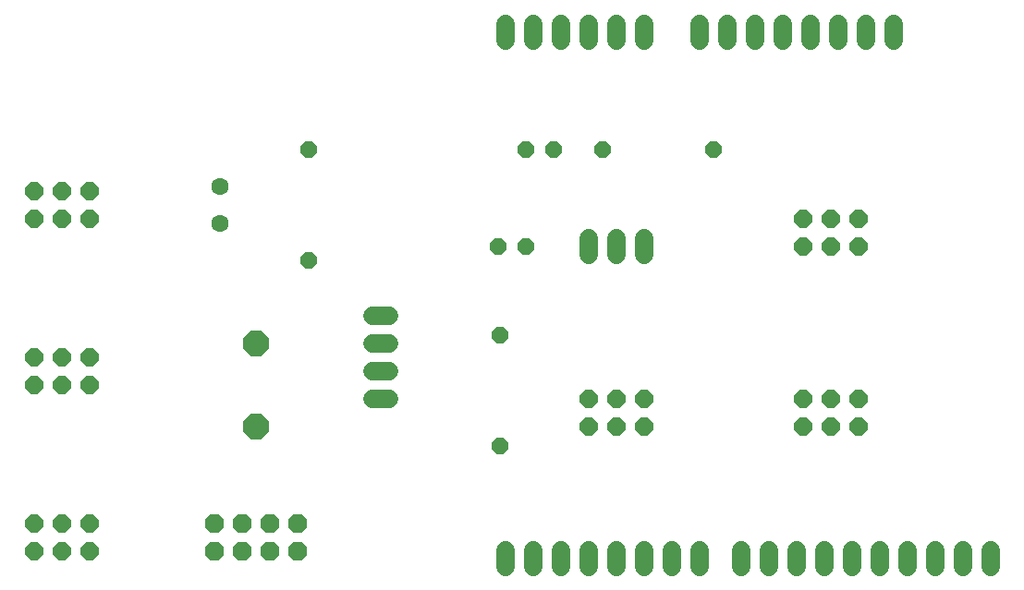
<source format=gbr>
G04 EAGLE Gerber RS-274X export*
G75*
%MOMM*%
%FSLAX34Y34*%
%LPD*%
%INSoldermask Bottom*%
%IPPOS*%
%AMOC8*
5,1,8,0,0,1.08239X$1,22.5*%
G01*
%ADD10C,1.603200*%
%ADD11P,1.649562X8X112.500000*%
%ADD12P,1.759533X8X22.500000*%
%ADD13C,1.727200*%
%ADD14P,1.869504X8X22.500000*%
%ADD15P,2.556822X8X112.500000*%
%ADD16C,1.711200*%
%ADD17P,1.649562X8X202.500000*%
%ADD18P,1.649562X8X292.500000*%


D10*
X246380Y385300D03*
X246380Y351300D03*
D11*
X327660Y317500D03*
X327660Y419100D03*
D12*
X76200Y355600D03*
X76200Y381000D03*
X101600Y355600D03*
X101600Y381000D03*
X127000Y355600D03*
X127000Y381000D03*
X76200Y203200D03*
X76200Y228600D03*
X101600Y203200D03*
X101600Y228600D03*
X127000Y203200D03*
X127000Y228600D03*
X76200Y50800D03*
X76200Y76200D03*
X101600Y50800D03*
X101600Y76200D03*
X127000Y50800D03*
X127000Y76200D03*
D13*
X386080Y190500D02*
X401320Y190500D01*
X401320Y215900D02*
X386080Y215900D01*
X386080Y241300D02*
X401320Y241300D01*
X401320Y266700D02*
X386080Y266700D01*
D14*
X241300Y50800D03*
X266700Y50800D03*
X292100Y50800D03*
X317500Y50800D03*
X241300Y76200D03*
X266700Y76200D03*
X292100Y76200D03*
X317500Y76200D03*
D15*
X279400Y165100D03*
X279400Y241300D03*
D13*
X508000Y52070D02*
X508000Y36830D01*
X533400Y36830D02*
X533400Y52070D01*
X558800Y52070D02*
X558800Y36830D01*
X584200Y36830D02*
X584200Y52070D01*
X609600Y52070D02*
X609600Y36830D01*
X635000Y36830D02*
X635000Y52070D01*
X660400Y52070D02*
X660400Y36830D01*
X685800Y36830D02*
X685800Y52070D01*
X723900Y52070D02*
X723900Y36830D01*
X749300Y36830D02*
X749300Y52070D01*
X774700Y52070D02*
X774700Y36830D01*
X800100Y36830D02*
X800100Y52070D01*
X825500Y52070D02*
X825500Y36830D01*
X850900Y36830D02*
X850900Y52070D01*
X876300Y52070D02*
X876300Y36830D01*
X901700Y36830D02*
X901700Y52070D01*
X635000Y519430D02*
X635000Y534670D01*
X609600Y534670D02*
X609600Y519430D01*
X584200Y519430D02*
X584200Y534670D01*
X558800Y534670D02*
X558800Y519430D01*
X533400Y519430D02*
X533400Y534670D01*
X508000Y534670D02*
X508000Y519430D01*
X812800Y519430D02*
X812800Y534670D01*
X787400Y534670D02*
X787400Y519430D01*
X762000Y519430D02*
X762000Y534670D01*
X736600Y534670D02*
X736600Y519430D01*
X711200Y519430D02*
X711200Y534670D01*
X685800Y534670D02*
X685800Y519430D01*
D12*
X781050Y330200D03*
X781050Y355600D03*
X806450Y330200D03*
X806450Y355600D03*
X831850Y330200D03*
X831850Y355600D03*
X584200Y165100D03*
X584200Y190500D03*
X609600Y165100D03*
X609600Y190500D03*
X635000Y165100D03*
X635000Y190500D03*
X781050Y165100D03*
X781050Y190500D03*
X806450Y165100D03*
X806450Y190500D03*
X831850Y165100D03*
X831850Y190500D03*
D16*
X584200Y322660D02*
X584200Y337740D01*
X609600Y337740D02*
X609600Y322660D01*
X635000Y322660D02*
X635000Y337740D01*
D17*
X698500Y419100D03*
X596900Y419100D03*
X552450Y419100D03*
X527050Y419100D03*
D13*
X927100Y52070D02*
X927100Y36830D01*
X952500Y36830D02*
X952500Y52070D01*
X838200Y519430D02*
X838200Y534670D01*
X863600Y534670D02*
X863600Y519430D01*
D17*
X527050Y330200D03*
X501650Y330200D03*
D18*
X502920Y248920D03*
X502920Y147320D03*
M02*

</source>
